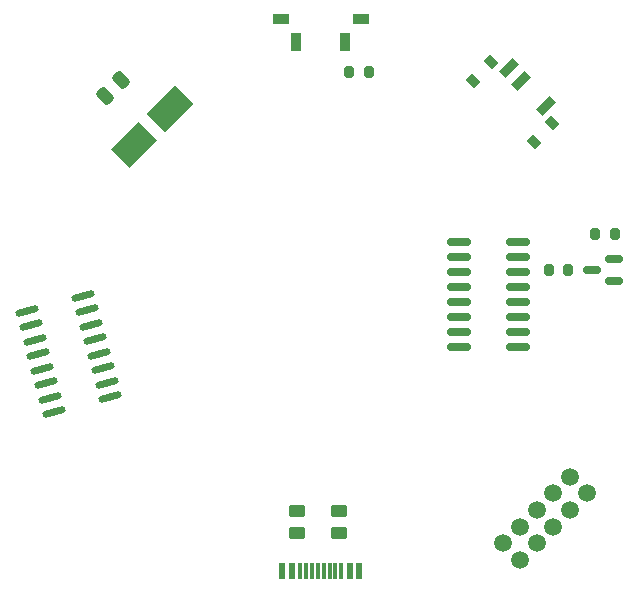
<source format=gbr>
%TF.GenerationSoftware,KiCad,Pcbnew,7.0.9*%
%TF.CreationDate,2025-01-08T15:48:33+01:00*%
%TF.ProjectId,DB-radar,44422d72-6164-4617-922e-6b696361645f,rev?*%
%TF.SameCoordinates,Original*%
%TF.FileFunction,Paste,Bot*%
%TF.FilePolarity,Positive*%
%FSLAX46Y46*%
G04 Gerber Fmt 4.6, Leading zero omitted, Abs format (unit mm)*
G04 Created by KiCad (PCBNEW 7.0.9) date 2025-01-08 15:48:33*
%MOMM*%
%LPD*%
G01*
G04 APERTURE LIST*
G04 Aperture macros list*
%AMRoundRect*
0 Rectangle with rounded corners*
0 $1 Rounding radius*
0 $2 $3 $4 $5 $6 $7 $8 $9 X,Y pos of 4 corners*
0 Add a 4 corners polygon primitive as box body*
4,1,4,$2,$3,$4,$5,$6,$7,$8,$9,$2,$3,0*
0 Add four circle primitives for the rounded corners*
1,1,$1+$1,$2,$3*
1,1,$1+$1,$4,$5*
1,1,$1+$1,$6,$7*
1,1,$1+$1,$8,$9*
0 Add four rect primitives between the rounded corners*
20,1,$1+$1,$2,$3,$4,$5,0*
20,1,$1+$1,$4,$5,$6,$7,0*
20,1,$1+$1,$6,$7,$8,$9,0*
20,1,$1+$1,$8,$9,$2,$3,0*%
%AMRotRect*
0 Rectangle, with rotation*
0 The origin of the aperture is its center*
0 $1 length*
0 $2 width*
0 $3 Rotation angle, in degrees counterclockwise*
0 Add horizontal line*
21,1,$1,$2,0,0,$3*%
G04 Aperture macros list end*
%ADD10R,1.450000X0.900000*%
%ADD11R,0.900000X1.600000*%
%ADD12RotRect,0.800000X1.600000X315.000000*%
%ADD13RotRect,1.000000X0.800000X315.000000*%
%ADD14RoundRect,0.200000X-0.200000X-0.275000X0.200000X-0.275000X0.200000X0.275000X-0.200000X0.275000X0*%
%ADD15R,0.600000X1.450000*%
%ADD16R,0.300000X1.450000*%
%ADD17RotRect,3.350000X2.200000X225.000000*%
%ADD18RotRect,3.355200X2.207911X225.000000*%
%ADD19RoundRect,0.150000X0.758066X0.358415X-0.835712X-0.068637X-0.758066X-0.358415X0.835712X0.068637X0*%
%ADD20RoundRect,0.250000X-0.450000X0.262500X-0.450000X-0.262500X0.450000X-0.262500X0.450000X0.262500X0*%
%ADD21RoundRect,0.250000X0.159099X-0.512652X0.512652X-0.159099X-0.159099X0.512652X-0.512652X0.159099X0*%
%ADD22RoundRect,0.200000X0.200000X0.275000X-0.200000X0.275000X-0.200000X-0.275000X0.200000X-0.275000X0*%
%ADD23RoundRect,0.150000X0.587500X0.150000X-0.587500X0.150000X-0.587500X-0.150000X0.587500X-0.150000X0*%
%ADD24RoundRect,0.150000X0.825000X0.150000X-0.825000X0.150000X-0.825000X-0.150000X0.825000X-0.150000X0*%
%ADD25C,1.500000*%
G04 APERTURE END LIST*
D10*
%TO.C,SW1*%
X98225000Y-103698000D03*
X104975000Y-103698000D03*
D11*
X99500000Y-105698000D03*
X103700000Y-105698000D03*
%TD*%
D12*
%TO.C,SW2*%
X117537802Y-107880218D03*
X118598462Y-108940878D03*
X120719782Y-111062198D03*
D13*
X116052878Y-107385243D03*
X114497243Y-108940878D03*
X121214757Y-112547122D03*
X119659122Y-114102757D03*
%TD*%
D14*
%TO.C,R12*%
X120904000Y-124968000D03*
X122554000Y-124968000D03*
%TD*%
D15*
%TO.C,J1*%
X104850000Y-150469000D03*
X104050000Y-150469000D03*
D16*
X102850000Y-150469000D03*
X101850000Y-150469000D03*
X101350000Y-150469000D03*
X100350000Y-150469000D03*
D15*
X99150000Y-150469000D03*
X98350000Y-150469000D03*
X98350000Y-150469000D03*
X99150000Y-150469000D03*
D16*
X99850000Y-150469000D03*
X100850000Y-150469000D03*
X102350000Y-150469000D03*
X103350000Y-150469000D03*
D15*
X104050000Y-150469000D03*
X104850000Y-150469000D03*
%TD*%
D17*
%TO.C,BT1*%
X85793383Y-114358617D03*
D18*
X88868942Y-111291928D03*
%TD*%
D19*
%TO.C,U6*%
X81504216Y-127145883D03*
X81832916Y-128372608D03*
X82161616Y-129599334D03*
X82490316Y-130826060D03*
X82819017Y-132052786D03*
X83147717Y-133279512D03*
X83476417Y-134506237D03*
X83805117Y-135732963D03*
X79023784Y-137014117D03*
X78695084Y-135787392D03*
X78366384Y-134560666D03*
X78037684Y-133333940D03*
X77708983Y-132107214D03*
X77380283Y-130880488D03*
X77051583Y-129653763D03*
X76722883Y-128427037D03*
%TD*%
D20*
%TO.C,R1*%
X103124000Y-145391500D03*
X103124000Y-147216500D03*
%TD*%
D21*
%TO.C,C3*%
X83354557Y-110221124D03*
X84698059Y-108877622D03*
%TD*%
D22*
%TO.C,R5*%
X105664000Y-108204000D03*
X104014000Y-108204000D03*
%TD*%
D23*
%TO.C,Q2*%
X126413500Y-125918000D03*
X126413500Y-124018000D03*
X124538500Y-124968000D03*
%TD*%
D20*
%TO.C,R2*%
X99568000Y-145391500D03*
X99568000Y-147216500D03*
%TD*%
D22*
%TO.C,R13*%
X126492000Y-121920000D03*
X124842000Y-121920000D03*
%TD*%
D24*
%TO.C,U7*%
X118299000Y-122555000D03*
X118299000Y-123825000D03*
X118299000Y-125095000D03*
X118299000Y-126365000D03*
X118299000Y-127635000D03*
X118299000Y-128905000D03*
X118299000Y-130175000D03*
X118299000Y-131445000D03*
X113349000Y-131445000D03*
X113349000Y-130175000D03*
X113349000Y-128905000D03*
X113349000Y-127635000D03*
X113349000Y-126365000D03*
X113349000Y-125095000D03*
X113349000Y-123825000D03*
X113349000Y-122555000D03*
%TD*%
D25*
%TO.C,J2*%
X118473787Y-149530641D03*
X117059573Y-148116427D03*
X119888000Y-148116427D03*
X118473787Y-146702214D03*
X121302214Y-146702214D03*
X119888000Y-145288000D03*
X122716427Y-145288000D03*
X121302214Y-143873787D03*
X124130641Y-143873787D03*
X122716427Y-142459573D03*
%TD*%
M02*

</source>
